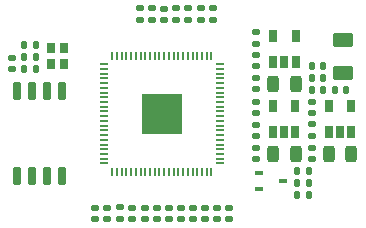
<source format=gbr>
%TF.GenerationSoftware,KiCad,Pcbnew,6.0.8+dfsg-1~bpo11+1+rpt1*%
%TF.CreationDate,2023-03-27T20:05:11+03:00*%
%TF.ProjectId,som_f1c,736f6d5f-6631-4632-9e6b-696361645f70,rev?*%
%TF.SameCoordinates,Original*%
%TF.FileFunction,Paste,Top*%
%TF.FilePolarity,Positive*%
%FSLAX46Y46*%
G04 Gerber Fmt 4.6, Leading zero omitted, Abs format (unit mm)*
G04 Created by KiCad (PCBNEW 6.0.8+dfsg-1~bpo11+1+rpt1) date 2023-03-27 20:05:11*
%MOMM*%
%LPD*%
G01*
G04 APERTURE LIST*
G04 Aperture macros list*
%AMRoundRect*
0 Rectangle with rounded corners*
0 $1 Rounding radius*
0 $2 $3 $4 $5 $6 $7 $8 $9 X,Y pos of 4 corners*
0 Add a 4 corners polygon primitive as box body*
4,1,4,$2,$3,$4,$5,$6,$7,$8,$9,$2,$3,0*
0 Add four circle primitives for the rounded corners*
1,1,$1+$1,$2,$3*
1,1,$1+$1,$4,$5*
1,1,$1+$1,$6,$7*
1,1,$1+$1,$8,$9*
0 Add four rect primitives between the rounded corners*
20,1,$1+$1,$2,$3,$4,$5,0*
20,1,$1+$1,$4,$5,$6,$7,0*
20,1,$1+$1,$6,$7,$8,$9,0*
20,1,$1+$1,$8,$9,$2,$3,0*%
G04 Aperture macros list end*
%ADD10RoundRect,0.150000X-0.150000X0.650000X-0.150000X-0.650000X0.150000X-0.650000X0.150000X0.650000X0*%
%ADD11R,0.650000X1.060000*%
%ADD12RoundRect,0.147500X0.147500X0.172500X-0.147500X0.172500X-0.147500X-0.172500X0.147500X-0.172500X0*%
%ADD13RoundRect,0.147500X-0.147500X-0.172500X0.147500X-0.172500X0.147500X0.172500X-0.147500X0.172500X0*%
%ADD14O,0.800000X0.200000*%
%ADD15O,0.200000X0.800000*%
%ADD16R,3.420000X3.420000*%
%ADD17RoundRect,0.147500X0.172500X-0.147500X0.172500X0.147500X-0.172500X0.147500X-0.172500X-0.147500X0*%
%ADD18RoundRect,0.147500X-0.172500X0.147500X-0.172500X-0.147500X0.172500X-0.147500X0.172500X0.147500X0*%
%ADD19RoundRect,0.243750X0.243750X0.456250X-0.243750X0.456250X-0.243750X-0.456250X0.243750X-0.456250X0*%
%ADD20R,0.800000X0.900000*%
%ADD21RoundRect,0.250000X0.625000X-0.375000X0.625000X0.375000X-0.625000X0.375000X-0.625000X-0.375000X0*%
%ADD22R,0.700000X0.450000*%
G04 APERTURE END LIST*
D10*
%TO.C,U4*%
X69007100Y-106715000D03*
X67737100Y-106715000D03*
X66467100Y-106715000D03*
X65197100Y-106715000D03*
X65197100Y-113915000D03*
X66467100Y-113915000D03*
X67737100Y-113915000D03*
X69007100Y-113915000D03*
%TD*%
D11*
%TO.C,U3*%
X86895900Y-110190000D03*
X87845900Y-110190000D03*
X88795900Y-110190000D03*
X88795900Y-107990000D03*
X86895900Y-107990000D03*
%TD*%
D12*
%TO.C,D2*%
X93108500Y-106622400D03*
X92138500Y-106622400D03*
%TD*%
D13*
%TO.C,R15*%
X90182700Y-105606400D03*
X91152700Y-105606400D03*
%TD*%
D14*
%TO.C,U5*%
X82382700Y-112861200D03*
X82382700Y-112461200D03*
X82382700Y-112061200D03*
X82382700Y-111661200D03*
X82382700Y-111261200D03*
X82382700Y-110861200D03*
X82382700Y-110461200D03*
X82382700Y-110061200D03*
X82382700Y-109661200D03*
X82382700Y-109261200D03*
X82382700Y-108861200D03*
X82382700Y-108461200D03*
X82382700Y-108061200D03*
X82382700Y-107661200D03*
X82382700Y-107261200D03*
X82382700Y-106861200D03*
X82382700Y-106461200D03*
X82382700Y-106061200D03*
X82382700Y-105661200D03*
X82382700Y-105261200D03*
X82382700Y-104861200D03*
X82382700Y-104461200D03*
D15*
X81682700Y-103761200D03*
X81282700Y-103761200D03*
X80882700Y-103761200D03*
X80482700Y-103761200D03*
X80082700Y-103761200D03*
X79682700Y-103761200D03*
X79282700Y-103761200D03*
X78882700Y-103761200D03*
X78482700Y-103761200D03*
X78082700Y-103761200D03*
X77682700Y-103761200D03*
X77282700Y-103761200D03*
X76882700Y-103761200D03*
X76482700Y-103761200D03*
X76082700Y-103761200D03*
X75682700Y-103761200D03*
X75282700Y-103761200D03*
X74882700Y-103761200D03*
X74482700Y-103761200D03*
X74082700Y-103761200D03*
X73682700Y-103761200D03*
X73282700Y-103761200D03*
D14*
X72582700Y-104461200D03*
X72582700Y-104861200D03*
X72582700Y-105261200D03*
X72582700Y-105661200D03*
X72582700Y-106061200D03*
X72582700Y-106461200D03*
X72582700Y-106861200D03*
X72582700Y-107261200D03*
X72582700Y-107661200D03*
X72582700Y-108061200D03*
X72582700Y-108461200D03*
X72582700Y-108861200D03*
X72582700Y-109261200D03*
X72582700Y-109661200D03*
X72582700Y-110061200D03*
X72582700Y-110461200D03*
X72582700Y-110861200D03*
X72582700Y-111261200D03*
X72582700Y-111661200D03*
X72582700Y-112061200D03*
X72582700Y-112461200D03*
X72582700Y-112861200D03*
D15*
X73282700Y-113561200D03*
X73682700Y-113561200D03*
X74082700Y-113561200D03*
X74482700Y-113561200D03*
X74882700Y-113561200D03*
X75282700Y-113561200D03*
X75682700Y-113561200D03*
X76082700Y-113561200D03*
X76482700Y-113561200D03*
X76882700Y-113561200D03*
X77282700Y-113561200D03*
X77682700Y-113561200D03*
X78082700Y-113561200D03*
X78482700Y-113561200D03*
X78882700Y-113561200D03*
X79282700Y-113561200D03*
X79682700Y-113561200D03*
X80082700Y-113561200D03*
X80482700Y-113561200D03*
X80882700Y-113561200D03*
X81282700Y-113561200D03*
X81682700Y-113561200D03*
D16*
X77482700Y-108661200D03*
%TD*%
D17*
%TO.C,C16*%
X80759300Y-100711000D03*
X80759300Y-99741000D03*
%TD*%
D18*
%TO.C,C15*%
X79108350Y-116603400D03*
X79108350Y-117573400D03*
%TD*%
%TO.C,C17*%
X79717900Y-99741000D03*
X79717900Y-100711000D03*
%TD*%
D13*
%TO.C,C22*%
X65852700Y-102828800D03*
X66822700Y-102828800D03*
%TD*%
D18*
%TO.C,C13*%
X74942750Y-116603400D03*
X74942750Y-117573400D03*
%TD*%
D19*
%TO.C,L2*%
X88806500Y-106139800D03*
X86931500Y-106139800D03*
%TD*%
D17*
%TO.C,R1*%
X90208100Y-108603600D03*
X90208100Y-107633600D03*
%TD*%
D18*
%TO.C,C6*%
X80124350Y-116598600D03*
X80124350Y-117568600D03*
%TD*%
D20*
%TO.C,Y1*%
X68092700Y-103057400D03*
X68092700Y-104457400D03*
X69192700Y-104457400D03*
X69192700Y-103057400D03*
%TD*%
D18*
%TO.C,C10*%
X82156350Y-116598600D03*
X82156350Y-117568600D03*
%TD*%
D13*
%TO.C,R10*%
X65852700Y-104860800D03*
X66822700Y-104860800D03*
%TD*%
D17*
%TO.C,C14*%
X81775300Y-100711000D03*
X81775300Y-99741000D03*
%TD*%
D11*
%TO.C,U2*%
X86906100Y-104285600D03*
X87856100Y-104285600D03*
X88806100Y-104285600D03*
X88806100Y-102085600D03*
X86906100Y-102085600D03*
%TD*%
D12*
%TO.C,R11*%
X89903300Y-113531200D03*
X88933300Y-113531200D03*
%TD*%
D18*
%TO.C,C3*%
X90208100Y-111524600D03*
X90208100Y-112494600D03*
%TD*%
%TO.C,R8*%
X83172350Y-116603400D03*
X83172350Y-117573400D03*
%TD*%
D21*
%TO.C,F1*%
X92798900Y-105174600D03*
X92798900Y-102374600D03*
%TD*%
D18*
%TO.C,C18*%
X73926700Y-116586000D03*
X73926700Y-117556000D03*
%TD*%
%TO.C,C9*%
X78092350Y-116603400D03*
X78092350Y-117573400D03*
%TD*%
D12*
%TO.C,D1*%
X89903300Y-114547200D03*
X88933300Y-114547200D03*
%TD*%
D17*
%TO.C,R6*%
X85483700Y-110538800D03*
X85483700Y-109568800D03*
%TD*%
D19*
%TO.C,L1*%
X93530900Y-112032600D03*
X91655900Y-112032600D03*
%TD*%
D13*
%TO.C,C21*%
X65852700Y-103844800D03*
X66822700Y-103844800D03*
%TD*%
D17*
%TO.C,R5*%
X85483700Y-104641200D03*
X85483700Y-103671200D03*
%TD*%
%TO.C,R4*%
X90208100Y-110534000D03*
X90208100Y-109564000D03*
%TD*%
D18*
%TO.C,C8*%
X77076350Y-116603400D03*
X77076350Y-117573400D03*
%TD*%
D17*
%TO.C,C19*%
X76669900Y-100711000D03*
X76669900Y-99741000D03*
%TD*%
D18*
%TO.C,R7*%
X81140350Y-116598600D03*
X81140350Y-117568600D03*
%TD*%
%TO.C,C7*%
X76060350Y-116598600D03*
X76060350Y-117568600D03*
%TD*%
D17*
%TO.C,R3*%
X85483700Y-108603600D03*
X85483700Y-107633600D03*
%TD*%
D13*
%TO.C,C1*%
X90182700Y-106622400D03*
X91152700Y-106622400D03*
%TD*%
D17*
%TO.C,R13*%
X78701900Y-100711000D03*
X78701900Y-99741000D03*
%TD*%
D18*
%TO.C,C4*%
X85483700Y-105631800D03*
X85483700Y-106601800D03*
%TD*%
D17*
%TO.C,C20*%
X75653900Y-100711000D03*
X75653900Y-99741000D03*
%TD*%
%TO.C,R2*%
X85483700Y-102710800D03*
X85483700Y-101740800D03*
%TD*%
D13*
%TO.C,C2*%
X90182700Y-104590400D03*
X91152700Y-104590400D03*
%TD*%
D17*
%TO.C,C11*%
X64841500Y-104886200D03*
X64841500Y-103916200D03*
%TD*%
D19*
%TO.C,L3*%
X88806500Y-112032600D03*
X86931500Y-112032600D03*
%TD*%
D18*
%TO.C,C12*%
X71793150Y-116598600D03*
X71793150Y-117568600D03*
%TD*%
D12*
%TO.C,R12*%
X89903300Y-115563200D03*
X88933300Y-115563200D03*
%TD*%
D17*
%TO.C,R9*%
X72809150Y-117568600D03*
X72809150Y-116598600D03*
%TD*%
%TO.C,R14*%
X77685900Y-100715800D03*
X77685900Y-99745800D03*
%TD*%
D11*
%TO.C,U1*%
X91620300Y-110186200D03*
X92570300Y-110186200D03*
X93520300Y-110186200D03*
X93520300Y-107986200D03*
X91620300Y-107986200D03*
%TD*%
D22*
%TO.C,Q1*%
X85712300Y-113709000D03*
X85712300Y-115009000D03*
X87712300Y-114359000D03*
%TD*%
D18*
%TO.C,C5*%
X85483700Y-111524600D03*
X85483700Y-112494600D03*
%TD*%
M02*

</source>
